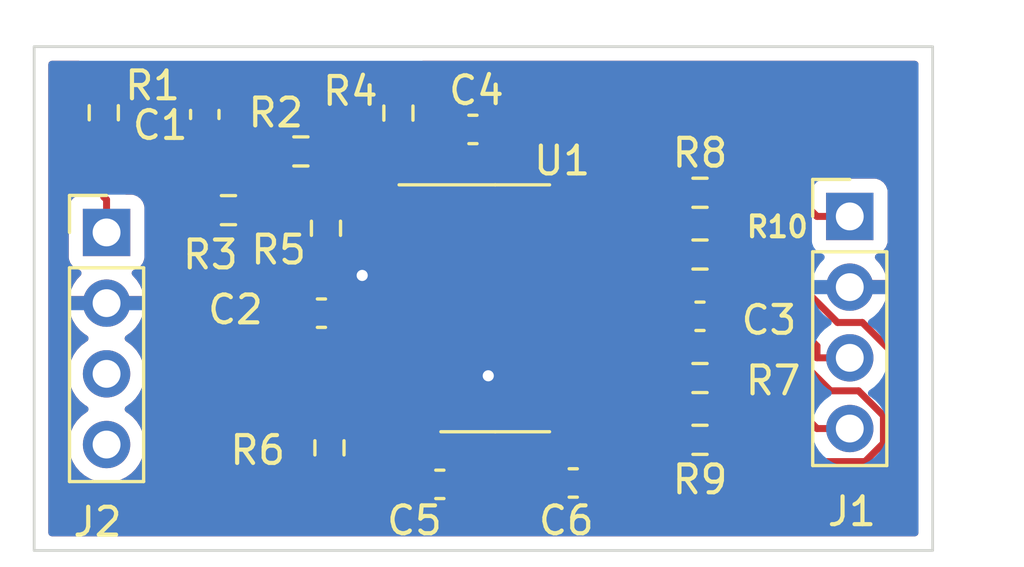
<source format=kicad_pcb>
(kicad_pcb (version 20211014) (generator pcbnew)
  (layers (0 "F.Cu" signal) (31 "B.Cu" signal) (34 "B.Paste" user) (35 "F.Paste" user) (36 "B.SilkS" user "B.Silkscreen") (37 "F.SilkS" user "F.Silkscreen") (38 "B.Mask" user) (39 "F.Mask" user) (44 "Edge.Cuts" user))
  (net 0 "")
  (net 1 "Net-(C1-Pad1)")
  (net 2 "Net-(C1-Pad2)")
  (net 3 "GND")
  (net 4 "+12V")
  (net 5 "-12V")
  (net 6 "Net-(C4-Pad1)")
  (net 7 "Net-(C5-Pad1)")
  (net 8 "Net-(C5-Pad2)")
  (net 9 "Net-(C6-Pad1)")
  (net 10 "Net-(J2-Pad1)")
  (net 13 "Net-(R3-Pad1)")
  (net 14 "Net-(R4-Pad1)")
  (net 15 "Net-(J1-Pad3)")
  (net 16 "Net-(R10-Pad2)")
  (footprint "Capacitor_SMD:C_0603_1608Metric_Pad1.08x0.95mm_HandSolder" (layer "F.Cu") (at 76.925 57.225 180)
    (fp_text reference "C4" (at -0.125 1.4) (layer "F.SilkS"))
    (fp_text value "220pF")
    (fp_line (start -0.146267 0.51) (end 0.146267 0.51) (layer "F.SilkS") (width 0.12))
    (fp_line (start -0.146267 -0.51) (end 0.146267 -0.51) (layer "F.SilkS") (width 0.12))
    (pad "1" smd roundrect (at -0.8625 0 180) (size 1.075 0.95) (layers "F.Cu" "F.Paste" "F.Mask") (net 6 "Net-(C4-Pad1)"))
    (pad "2" smd roundrect (at 0.8625 0 180) (size 1.075 0.95) (layers "F.Cu" "F.Paste" "F.Mask") (net 2 "Net-(C1-Pad2)"))
  )
  (footprint "Resistor_SMD:R_0603_1608Metric_Pad0.98x0.95mm_HandSolder" (layer "F.Cu") (at 74.25 56.6375 -90)
    (fp_text reference "R4" (at -0.7875 1.725) (layer "F.SilkS"))
    (fp_text value "43K")
    (fp_line (start -0.254724 -0.5225) (end 0.254724 -0.5225) (layer "F.SilkS") (width 0.12))
    (fp_line (start -0.254724 0.5225) (end 0.254724 0.5225) (layer "F.SilkS") (width 0.12))
    (pad "1" smd roundrect (at -0.9125 0 270) (size 0.975 0.95) (layers "F.Cu" "F.Paste" "F.Mask") (net 14 "Net-(R4-Pad1)"))
    (pad "2" smd roundrect (at 0.9125 0 270) (size 0.975 0.95) (layers "F.Cu" "F.Paste" "F.Mask") (net 6 "Net-(C4-Pad1)"))
  )
  (footprint "Resistor_SMD:R_0603_1608Metric_Pad0.98x0.95mm_HandSolder" (layer "F.Cu") (at 85.075 66.1562)
    (fp_text reference "R7" (at 2.625 0.0938) (layer "F.SilkS"))
    (fp_text value "43K")
    (fp_line (start -0.254724 -0.5225) (end 0.254724 -0.5225) (layer "F.SilkS") (width 0.12))
    (fp_line (start -0.254724 0.5225) (end 0.254724 0.5225) (layer "F.SilkS") (width 0.12))
    (pad "1" smd roundrect (at -0.9125 0) (size 0.975 0.95) (layers "F.Cu" "F.Paste" "F.Mask") (net 9 "Net-(C6-Pad1)"))
    (pad "2" smd roundrect (at 0.9125 0) (size 0.975 0.95) (layers "F.Cu" "F.Paste" "F.Mask") (net 7 "Net-(C5-Pad1)"))
  )
  (footprint "Resistor_SMD:R_0603_1608Metric_Pad0.98x0.95mm_HandSolder" (layer "F.Cu") (at 85.075 59.5)
    (fp_text reference "R8" (at 0 -1.43) (layer "F.SilkS"))
    (fp_text value "16k")
    (fp_line (start -0.254724 0.5225) (end 0.254724 0.5225) (layer "F.SilkS") (width 0.12))
    (fp_line (start -0.254724 -0.5225) (end 0.254724 -0.5225) (layer "F.SilkS") (width 0.12))
    (pad "1" smd roundrect (at -0.9125 0) (size 0.975 0.95) (layers "F.Cu" "F.Paste" "F.Mask") (net 15 "Net-(J1-Pad3)"))
    (pad "2" smd roundrect (at 0.9125 0) (size 0.975 0.95) (layers "F.Cu" "F.Paste" "F.Mask") (net 8 "Net-(C5-Pad2)"))
  )
  (footprint "Resistor_SMD:R_0603_1608Metric_Pad0.98x0.95mm_HandSolder" (layer "F.Cu") (at 71.65 60.775 -90)
    (fp_text reference "R5" (at 0.775 1.7) (layer "F.SilkS"))
    (fp_text value "30K")
    (fp_line (start -0.254724 -0.5225) (end 0.254724 -0.5225) (layer "F.SilkS") (width 0.12))
    (fp_line (start -0.254724 0.5225) (end 0.254724 0.5225) (layer "F.SilkS") (width 0.12))
    (pad "1" smd roundrect (at -0.9125 0 270) (size 0.975 0.95) (layers "F.Cu" "F.Paste" "F.Mask") (net 13 "Net-(R3-Pad1)"))
    (pad "2" smd roundrect (at 0.9125 0 270) (size 0.975 0.95) (layers "F.Cu" "F.Paste" "F.Mask") (net 14 "Net-(R4-Pad1)"))
  )
  (footprint "Resistor_SMD:R_0603_1608Metric_Pad0.98x0.95mm_HandSolder" (layer "F.Cu") (at 85.075 68.375 180)
    (fp_text reference "R9" (at 0 -1.43) (layer "F.SilkS"))
    (fp_text value "43K")
    (fp_line (start -0.254724 -0.5225) (end 0.254724 -0.5225) (layer "F.SilkS") (width 0.12))
    (fp_line (start -0.254724 0.5225) (end 0.254724 0.5225) (layer "F.SilkS") (width 0.12))
    (pad "1" smd roundrect (at -0.9125 0 180) (size 0.975 0.95) (layers "F.Cu" "F.Paste" "F.Mask") (net 16 "Net-(R10-Pad2)"))
    (pad "2" smd roundrect (at 0.9125 0 180) (size 0.975 0.95) (layers "F.Cu" "F.Paste" "F.Mask") (net 9 "Net-(C6-Pad1)"))
  )
  (footprint "Capacitor_SMD:C_0603_1608Metric_Pad1.08x0.95mm_HandSolder" (layer "F.Cu") (at 75.7375 69.975 180)
    (fp_text reference "C5" (at 0.9125 -1.3) (layer "F.SilkS"))
    (fp_text value "220pF")
    (fp_line (start -0.146267 -0.51) (end 0.146267 -0.51) (layer "F.SilkS") (width 0.12))
    (fp_line (start -0.146267 0.51) (end 0.146267 0.51) (layer "F.SilkS") (width 0.12))
    (pad "1" smd roundrect (at -0.8625 0 180) (size 1.075 0.95) (layers "F.Cu" "F.Paste" "F.Mask") (net 7 "Net-(C5-Pad1)"))
    (pad "2" smd roundrect (at 0.8625 0 180) (size 1.075 0.95) (layers "F.Cu" "F.Paste" "F.Mask") (net 8 "Net-(C5-Pad2)"))
  )
  (footprint "Connector_PinHeader_2.54mm:PinHeader_1x04_P2.54mm_Vertical" (layer "F.Cu") (at 63.775 60.925)
    (fp_text reference "J2" (at -0.325 10.4) (layer "F.SilkS"))
    (fp_text value "Antenna")
    (fp_line (start -1.33 0) (end -1.33 -1.33) (layer "F.SilkS") (width 0.12))
    (fp_line (start -1.33 -1.33) (end 0 -1.33) (layer "F.SilkS") (width 0.12))
    (fp_line (start 1.33 1.27) (end 1.33 8.95) (layer "F.SilkS") (width 0.12))
    (fp_line (start -1.33 1.27) (end 1.33 1.27) (layer "F.SilkS") (width 0.12))
    (fp_line (start -1.33 1.27) (end -1.33 8.95) (layer "F.SilkS") (width 0.12))
    (fp_line (start -1.33 8.95) (end 1.33 8.95) (layer "F.SilkS") (width 0.12))
    (pad "1" thru_hole rect (at 0 0) (size 1.7 1.7) (drill 1) (layers *.Cu *.Mask) (net 10 "Net-(J2-Pad1)"))
    (pad "2" thru_hole oval (at 0 2.54) (size 1.7 1.7) (drill 1) (layers *.Cu *.Mask) (net 3 "GND"))
    (pad "3" thru_hole oval (at 0 5.08) (size 1.7 1.7) (drill 1) (layers *.Cu *.Mask))
    (pad "4" thru_hole oval (at 0 7.62) (size 1.7 1.7) (drill 1) (layers *.Cu *.Mask))
  )
  (footprint "Resistor_SMD:R_0603_1608Metric_Pad0.98x0.95mm_HandSolder" (layer "F.Cu") (at 85.075 61.7187 180)
    (fp_text reference "R10" (at -2.774989 0.993701) (layer "F.SilkS") (effects (font (size 0.746 0.746))))
    (fp_text value "30K")
    (fp_line (start -0.254724 0.5225) (end 0.254724 0.5225) (layer "F.SilkS") (width 0.12))
    (fp_line (start -0.254724 -0.5225) (end 0.254724 -0.5225) (layer "F.SilkS") (width 0.12))
    (pad "1" smd roundrect (at -0.9125 0 180) (size 0.975 0.95) (layers "F.Cu" "F.Paste" "F.Mask") (net 15 "Net-(J1-Pad3)"))
    (pad "2" smd roundrect (at 0.9125 0 180) (size 0.975 0.95) (layers "F.Cu" "F.Paste" "F.Mask") (net 16 "Net-(R10-Pad2)"))
  )
  (footprint "Resistor_SMD:R_0603_1608Metric_Pad0.98x0.95mm_HandSolder" (layer "F.Cu") (at 70.75 58.015 180)
    (fp_text reference "R2" (at 0.9 1.39) (layer "F.SilkS"))
    (fp_text value "43K")
    (fp_line (start -0.254724 0.5225) (end 0.254724 0.5225) (layer "F.SilkS") (width 0.12))
    (fp_line (start -0.254724 -0.5225) (end 0.254724 -0.5225) (layer "F.SilkS") (width 0.12))
    (pad "1" smd roundrect (at -0.9125 0 180) (size 0.975 0.95) (layers "F.Cu" "F.Paste" "F.Mask") (net 6 "Net-(C4-Pad1)"))
    (pad "2" smd roundrect (at 0.9125 0 180) (size 0.975 0.95) (layers "F.Cu" "F.Paste" "F.Mask") (net 1 "Net-(C1-Pad1)"))
  )
  (footprint "Capacitor_SMD:C_0603_1608Metric_Pad1.08x0.95mm_HandSolder" (layer "F.Cu") (at 80.525 69.925)
    (fp_text reference "C6" (at -0.25 1.35) (layer "F.SilkS"))
    (fp_text value "220pF")
    (fp_line (start -0.146267 0.51) (end 0.146267 0.51) (layer "F.SilkS") (width 0.12))
    (fp_line (start -0.146267 -0.51) (end 0.146267 -0.51) (layer "F.SilkS") (width 0.12))
    (pad "1" smd roundrect (at -0.8625 0) (size 1.075 0.95) (layers "F.Cu" "F.Paste" "F.Mask") (net 9 "Net-(C6-Pad1)"))
    (pad "2" smd roundrect (at 0.8625 0) (size 1.075 0.95) (layers "F.Cu" "F.Paste" "F.Mask") (net 8 "Net-(C5-Pad2)"))
  )
  (footprint "Connector_PinHeader_2.54mm:PinHeader_1x04_P2.54mm_Vertical" (layer "F.Cu") (at 90.45 60.35)
    (fp_text reference "J1" (at 0.075 10.6) (layer "F.SilkS"))
    (fp_text value "PoweIn")
    (fp_line (start -1.33 0) (end -1.33 -1.33) (layer "F.SilkS") (width 0.12))
    (fp_line (start -1.33 1.27) (end 1.33 1.27) (layer "F.SilkS") (width 0.12))
    (fp_line (start 1.33 1.27) (end 1.33 8.95) (layer "F.SilkS") (width 0.12))
    (fp_line (start -1.33 -1.33) (end 0 -1.33) (layer "F.SilkS") (width 0.12))
    (fp_line (start -1.33 1.27) (end -1.33 8.95) (layer "F.SilkS") (width 0.12))
    (fp_line (start -1.33 8.95) (end 1.33 8.95) (layer "F.SilkS") (width 0.12))
    (pad "1" thru_hole rect (at 0 0) (size 1.7 1.7) (drill 1) (layers *.Cu *.Mask) (net 4 "+12V"))
    (pad "2" thru_hole oval (at 0 2.54) (size 1.7 1.7) (drill 1) (layers *.Cu *.Mask) (net 3 "GND"))
    (pad "3" thru_hole oval (at 0 5.08) (size 1.7 1.7) (drill 1) (layers *.Cu *.Mask) (net 15 "Net-(J1-Pad3)"))
    (pad "4" thru_hole oval (at 0 7.62) (size 1.7 1.7) (drill 1) (layers *.Cu *.Mask) (net 5 "-12V"))
  )
  (footprint "Capacitor_SMD:C_0603_1608Metric_Pad1.08x0.95mm_HandSolder" (layer "F.Cu") (at 71.4875 63.825)
    (fp_text reference "C2" (at -3.0875 -0.125) (layer "F.SilkS"))
    (fp_text value "100nf")
    (fp_line (start -0.146267 -0.51) (end 0.146267 -0.51) (layer "F.SilkS") (width 0.12))
    (fp_line (start -0.146267 0.51) (end 0.146267 0.51) (layer "F.SilkS") (width 0.12))
    (pad "1" smd roundrect (at -0.8625 0) (size 1.075 0.95) (layers "F.Cu" "F.Paste" "F.Mask") (net 3 "GND"))
    (pad "2" smd roundrect (at 0.8625 0) (size 1.075 0.95) (layers "F.Cu" "F.Paste" "F.Mask") (net 4 "+12V"))
  )
  (footprint "Resistor_SMD:R_0603_1608Metric_Pad0.98x0.95mm_HandSolder" (layer "F.Cu") (at 71.775 68.6625 90)
    (fp_text reference "R6" (at -0.0875 -2.575 180) (layer "F.SilkS"))
    (fp_text value "43K")
    (fp_line (start -0.254724 -0.5225) (end 0.254724 -0.5225) (layer "F.SilkS") (width 0.12))
    (fp_line (start -0.254724 0.5225) (end 0.254724 0.5225) (layer "F.SilkS") (width 0.12))
    (pad "1" smd roundrect (at -0.9125 0 90) (size 0.975 0.95) (layers "F.Cu" "F.Paste" "F.Mask") (net 8 "Net-(C5-Pad2)"))
    (pad "2" smd roundrect (at 0.9125 0 90) (size 0.975 0.95) (layers "F.Cu" "F.Paste" "F.Mask") (net 13 "Net-(R3-Pad1)"))
  )
  (footprint "Package_SO:SOIC-14_3.9x8.7mm_P1.27mm" (layer "F.Cu") (at 77.725 63.65)
    (fp_text reference "U1" (at 2.4 -5.3) (layer "F.SilkS"))
    (fp_text value "TL084")
    (fp_line (start 0 -4.435) (end -3.45 -4.435) (layer "F.SilkS") (width 0.12))
    (fp_line (start 0 4.435) (end 1.95 4.435) (layer "F.SilkS") (width 0.12))
    (fp_line (start 0 -4.435) (end 1.95 -4.435) (layer "F.SilkS") (width 0.12))
    (fp_line (start 0 4.435) (end -1.95 4.435) (layer "F.SilkS") (width 0.12))
    (pad "1" smd roundrect (at -2.475 -3.81) (size 1.95 0.6) (layers "F.Cu" "F.Paste" "F.Mask") (net 6 "Net-(C4-Pad1)"))
    (pad "2" smd roundrect (at -2.475 -2.54) (size 1.95 0.6) (layers "F.Cu" "F.Paste" "F.Mask") (net 1 "Net-(C1-Pad1)"))
    (pad "3" smd roundrect (at -2.475 -1.27) (size 1.95 0.6) (layers "F.Cu" "F.Paste" "F.Mask") (net 3 "GND"))
    (pad "4" smd roundrect (at -2.475 0) (size 1.95 0.6) (layers "F.Cu" "F.Paste" "F.Mask") (net 4 "+12V"))
    (pad "5" smd roundrect (at -2.475 1.27) (size 1.95 0.6) (layers "F.Cu" "F.Paste" "F.Mask") (net 3 "GND"))
    (pad "6" smd roundrect (at -2.475 2.54) (size 1.95 0.6) (layers "F.Cu" "F.Paste" "F.Mask") (net 14 "Net-(R4-Pad1)"))
    (pad "7" smd roundrect (at -2.475 3.81) (size 1.95 0.6) (layers "F.Cu" "F.Paste" "F.Mask") (net 13 "Net-(R3-Pad1)"))
    (pad "8" smd roundrect (at 2.475 3.81) (size 1.95 0.6) (layers "F.Cu" "F.Paste" "F.Mask") (net 9 "Net-(C6-Pad1)"))
    (pad "9" smd roundrect (at 2.475 2.54) (size 1.95 0.6) (layers "F.Cu" "F.Paste" "F.Mask") (net 7 "Net-(C5-Pad1)"))
    (pad "10" smd roundrect (at 2.475 1.27) (size 1.95 0.6) (layers "F.Cu" "F.Paste" "F.Mask") (net 3 "GND"))
    (pad "11" smd roundrect (at 2.475 0) (size 1.95 0.6) (layers "F.Cu" "F.Paste" "F.Mask") (net 5 "-12V"))
    (pad "12" smd roundrect (at 2.475 -1.27) (size 1.95 0.6) (layers "F.Cu" "F.Paste" "F.Mask") (net 3 "GND"))
    (pad "13" smd roundrect (at 2.475 -2.54) (size 1.95 0.6) (layers "F.Cu" "F.Paste" "F.Mask") (net 16 "Net-(R10-Pad2)"))
    (pad "14" smd roundrect (at 2.475 -3.81) (size 1.95 0.6) (layers "F.Cu" "F.Paste" "F.Mask") (net 15 "Net-(J1-Pad3)"))
  )
  (footprint "Capacitor_SMD:C_0603_1608Metric_Pad1.08x0.95mm_HandSolder" (layer "F.Cu") (at 67.3 56.6875 90)
    (fp_text reference "C1" (at -0.3875 -1.6) (layer "F.SilkS"))
    (fp_text value "220pF")
    (fp_line (start -0.146267 -0.51) (end 0.146267 -0.51) (layer "F.SilkS") (width 0.12))
    (fp_line (start -0.146267 0.51) (end 0.146267 0.51) (layer "F.SilkS") (width 0.12))
    (pad "1" smd roundrect (at -0.8625 0 90) (size 1.075 0.95) (layers "F.Cu" "F.Paste" "F.Mask") (net 1 "Net-(C1-Pad1)"))
    (pad "2" smd roundrect (at 0.8625 0 90) (size 1.075 0.95) (layers "F.Cu" "F.Paste" "F.Mask") (net 2 "Net-(C1-Pad2)"))
  )
  (footprint "Resistor_SMD:R_0603_1608Metric_Pad0.98x0.95mm_HandSolder" (layer "F.Cu") (at 68.15 60.125 180)
    (fp_text reference "R3" (at 0.65 -1.6) (layer "F.SilkS"))
    (fp_text value "16k")
    (fp_line (start -0.254724 -0.5225) (end 0.254724 -0.5225) (layer "F.SilkS") (width 0.12))
    (fp_line (start -0.254724 0.5225) (end 0.254724 0.5225) (layer "F.SilkS") (width 0.12))
    (pad "1" smd roundrect (at -0.9125 0 180) (size 0.975 0.95) (layers "F.Cu" "F.Paste" "F.Mask") (net 13 "Net-(R3-Pad1)"))
    (pad "2" smd roundrect (at 0.9125 0 180) (size 0.975 0.95) (layers "F.Cu" "F.Paste" "F.Mask") (net 2 "Net-(C1-Pad2)"))
  )
  (footprint "Capacitor_SMD:C_0603_1608Metric_Pad1.08x0.95mm_HandSolder" (layer "F.Cu") (at 85.075 63.9375 180)
    (fp_text reference "C3" (at -2.475 -0.1375) (layer "F.SilkS"))
    (fp_text value "100nF")
    (fp_line (start -0.146267 0.51) (end 0.146267 0.51) (layer "F.SilkS") (width 0.12))
    (fp_line (start -0.146267 -0.51) (end 0.146267 -0.51) (layer "F.SilkS") (width 0.12))
    (pad "1" smd roundrect (at -0.8625 0 180) (size 1.075 0.95) (layers "F.Cu" "F.Paste" "F.Mask") (net 3 "GND"))
    (pad "2" smd roundrect (at 0.8625 0 180) (size 1.075 0.95) (layers "F.Cu" "F.Paste" "F.Mask") (net 5 "-12V"))
  )
  (footprint "Resistor_SMD:R_0603_1608Metric_Pad0.98x0.95mm_HandSolder" (layer "F.Cu") (at 63.675 56.625 -90)
    (fp_text reference "R1" (at -0.975 -1.75) (layer "F.SilkS"))
    (fp_text value "43K")
    (fp_line (start -0.254724 -0.5225) (end 0.254724 -0.5225) (layer "F.SilkS") (width 0.12))
    (fp_line (start -0.254724 0.5225) (end 0.254724 0.5225) (layer "F.SilkS") (width 0.12))
    (pad "1" smd roundrect (at -0.9125 0 270) (size 0.975 0.95) (layers "F.Cu" "F.Paste" "F.Mask") (net 2 "Net-(C1-Pad2)"))
    (pad "2" smd roundrect (at 0.9125 0 270) (size 0.975 0.95) (layers "F.Cu" "F.Paste" "F.Mask") (net 10 "Net-(J2-Pad1)"))
  )
  (gr_rect (start 61.175 72.35) (end 93.425 54.25) (layer "Edge.Cuts") (width 0.1) (fill none))
  (segment (start 69.8375 58.015) (end 70.6569 58.8344) (width 0.25) (layer "F.Cu") (net 1))
  (segment (start 70.6569 58.8344) (end 72.1237 58.8344) (width 0.25) (layer "F.Cu") (net 1))
  (segment (start 69.325 57.55) (end 69.34875 57.52625) (width 0.25) (layer "F.Cu") (net 1))
  (segment (start 67.3 57.55) (end 69.325 57.55) (width 0.25) (layer "F.Cu") (net 1))
  (segment (start 72.1237 58.8344) (end 74.3993 61.11) (width 0.25) (layer "F.Cu") (net 1))
  (segment (start 69.34875 57.52625) (end 69.8375 58.015) (width 0.25) (layer "F.Cu") (net 1))
  (segment (start 72 55.825) (end 72.91298 56.73798) (width 0.25) (layer "F.Cu") (net 2))
  (segment (start 66.175 59.0625) (end 67.2375 60.125) (width 0.25) (layer "F.Cu") (net 2))
  (segment (start 72.91298 56.73798) (end 75.57548 56.73798) (width 0.25) (layer "F.Cu") (net 2))
  (segment (start 63.675 55.7125) (end 67.1875 55.7125) (width 0.25) (layer "F.Cu") (net 2))
  (segment (start 67.3 55.825) (end 66.175 56.95) (width 0.25) (layer "F.Cu") (net 2))
  (segment (start 66.175 56.95) (end 66.175 59.0625) (width 0.25) (layer "F.Cu") (net 2))
  (segment (start 67.3 55.825) (end 72 55.825) (width 0.25) (layer "F.Cu") (net 2))
  (segment (start 75.57548 56.73798) (end 76.0625 57.225) (width 0.25) (layer "F.Cu") (net 2))
  (segment (start 80.2 64.92) (end 78.82 64.92) (width 0.25) (layer "F.Cu") (net 3))
  (segment (start 84.834936 63.22762) (end 84.682316 63.075) (width 0.25) (layer "F.Cu") (net 3))
  (segment (start 78.62 62.38) (end 80.2 62.38) (width 0.25) (layer "F.Cu") (net 3))
  (segment (start 81.55 62.375) (end 80.205 62.375) (width 0.25) (layer "F.Cu") (net 3))
  (segment (start 78.075 64.175) (end 78.075 62.925) (width 0.25) (layer "F.Cu") (net 3))
  (segment (start 85.9375 63.9375) (end 85.22762 63.22762) (width 0.25) (layer "F.Cu") (net 3))
  (segment (start 78.63 64.92) (end 77.475 66.075) (width 0.25) (layer "F.Cu") (net 3))
  (segment (start 82.25 63.075) (end 81.55 62.375) (width 0.25) (layer "F.Cu") (net 3))
  (segment (start 78.82 64.92) (end 78.075 64.175) (width 0.25) (layer "F.Cu") (net 3))
  (segment (start 70.625 63.825) (end 71.72 64.92) (width 0.25) (layer "F.Cu") (net 3))
  (segment (start 80.2 64.92) (end 78.88 64.92) (width 0.25) (layer "F.Cu") (net 3))
  (segment (start 78.075 62.925) (end 78.62 62.38) (width 0.25) (layer "F.Cu") (net 3))
  (segment (start 72.95 62.4695) (end 75.1605 62.4695) (width 0.25) (layer "F.Cu") (net 3))
  (segment (start 78.88 64.92) (end 78.63 64.92) (width 0.25) (layer "F.Cu") (net 3))
  (segment (start 71.72 64.92) (end 75.25 64.92) (width 0.25) (layer "F.Cu") (net 3))
  (segment (start 75.25 64.92) (end 80.2 64.92) (width 0.25) (layer "F.Cu") (net 3))
  (segment (start 85.22762 63.22762) (end 84.834936 63.22762) (width 0.25) (layer "F.Cu") (net 3))
  (segment (start 84.682316 63.075) (end 82.25 63.075) (width 0.25) (layer "F.Cu") (net 3))
  (via (at 77.475 66.075) (size 0.8) (drill 0.4) (layers "F.Cu" "B.Cu") (net 3))
  (via (at 72.95 62.4695) (size 0.8) (drill 0.4) (layers "F.Cu" "B.Cu") (net 3))
  (segment (start 73.8305 62.4695) (end 72.95 62.4695) (width 0.25) (layer "B.Cu") (net 3))
  (segment (start 77.475 66.075) (end 73.85 62.45) (width 0.25) (layer "B.Cu") (net 3))
  (segment (start 73.85 62.45) (end 73.8305 62.4695) (width 0.25) (layer "B.Cu") (net 3))
  (segment (start 75.6566 63.65) (end 77.925 61.3816) (width 0.25) (layer "F.Cu") (net 4))
  (segment (start 77.925 60.4057) (end 79.6576 58.6731) (width 0.25) (layer "F.Cu") (net 4))
  (segment (start 87.5978 58.6731) (end 89.2747 60.35) (width 0.25) (layer "F.Cu") (net 4))
  (segment (start 90.45 60.35) (end 89.2747 60.35) (width 0.25) (layer "F.Cu") (net 4))
  (segment (start 79.6576 58.6731) (end 87.5978 58.6731) (width 0.25) (layer "F.Cu") (net 4))
  (segment (start 77.925 61.3816) (end 77.925 60.4057) (width 0.25) (layer "F.Cu") (net 4))
  (segment (start 72.35 63.825) (end 75.075 63.825) (width 0.25) (layer "F.Cu") (net 4))
  (segment (start 90.45 67.97) (end 89.2747 67.97) (width 0.25) (layer "F.Cu") (net 5))
  (segment (start 85.515 65.0468) (end 86.3515 65.0468) (width 0.25) (layer "F.Cu") (net 5))
  (segment (start 80.4875 63.9375) (end 84.2125 63.9375) (width 0.25) (layer "F.Cu") (net 5))
  (segment (start 80.2 63.65) (end 80.4875 63.9375) (width 0.25) (layer "F.Cu") (net 5))
  (segment (start 84.4057 63.9375) (end 85.515 65.0468) (width 0.25) (layer "F.Cu") (net 5))
  (segment (start 86.3515 65.0468) (end 89.2747 67.97) (width 0.25) (layer "F.Cu") (net 5))
  (segment (start 73.785 58.015) (end 74.25 57.55) (width 0.25) (layer "F.Cu") (net 6))
  (segment (start 77.7875 57.225) (end 75.25 59.7625) (width 0.25) (layer "F.Cu") (net 6))
  (segment (start 75.14 59.84) (end 74.25 58.95) (width 0.25) (layer "F.Cu") (net 6))
  (segment (start 74.25 58.95) (end 74.25 57.55) (width 0.25) (layer "F.Cu") (net 6))
  (segment (start 71.6625 58.015) (end 73.785 58.015) (width 0.25) (layer "F.Cu") (net 6))
  (segment (start 82.4781 65.3499) (end 85.1812 65.3499) (width 0.25) (layer "F.Cu") (net 7))
  (segment (start 85.1812 65.3499) (end 85.9875 66.1562) (width 0.25) (layer "F.Cu") (net 7))
  (segment (start 76.6 69.3854) (end 79.7954 66.19) (width 0.25) (layer "F.Cu") (net 7))
  (segment (start 80.2 66.19) (end 81.638 66.19) (width 0.25) (layer "F.Cu") (net 7))
  (segment (start 76.6 69.975) (end 76.6 69.3854) (width 0.25) (layer "F.Cu") (net 7))
  (segment (start 81.638 66.19) (end 82.4781 65.3499) (width 0.25) (layer "F.Cu") (net 7))
  (segment (start 81.3875 69.925) (end 90.8662 69.925) (width 0.25) (layer "F.Cu") (net 8))
  (segment (start 92.1085 65.368) (end 90.9005 64.16) (width 0.25) (layer "F.Cu") (net 8))
  (segment (start 90.8662 69.925) (end 92.1085 68.6827) (width 0.25) (layer "F.Cu") (net 8))
  (segment (start 74.875 69.975) (end 75.7011 70.8011) (width 0.25) (layer "F.Cu") (net 8))
  (segment (start 90.0104 64.16) (end 85.9875 60.1371) (width 0.25) (layer "F.Cu") (net 8))
  (segment (start 72.175 69.975) (end 71.775 69.575) (width 0.25) (layer "F.Cu") (net 8))
  (segment (start 90.9005 64.16) (end 90.0104 64.16) (width 0.25) (layer "F.Cu") (net 8))
  (segment (start 85.9875 60.1371) (end 85.9875 59.5) (width 0.25) (layer "F.Cu") (net 8))
  (segment (start 74.875 69.975) (end 72.175 69.975) (width 0.25) (layer "F.Cu") (net 8))
  (segment (start 75.7011 70.8011) (end 80.5114 70.8011) (width 0.25) (layer "F.Cu") (net 8))
  (segment (start 80.5114 70.8011) (end 81.3875 69.925) (width 0.25) (layer "F.Cu") (net 8))
  (segment (start 92.1085 68.6827) (end 92.1085 65.368) (width 0.25) (layer "F.Cu") (net 8))
  (segment (start 80.2 68.375) (end 84.1625 68.375) (width 0.25) (layer "F.Cu") (net 9))
  (segment (start 79.6625 69.925) (end 80.2 69.3875) (width 0.25) (layer "F.Cu") (net 9))
  (segment (start 80.2 68.375) (end 80.2 67.46) (width 0.25) (layer "F.Cu") (net 9))
  (segment (start 80.2 69.3875) (end 80.2 68.375) (width 0.25) (layer "F.Cu") (net 9))
  (segment (start 84.1625 68.375) (end 84.1625 66.1562) (width 0.25) (layer "F.Cu") (net 9))
  (segment (start 63.775 59.7497) (end 63.675 59.6497) (width 0.25) (layer "F.Cu") (net 10))
  (segment (start 63.675 59.6497) (end 63.675 57.5375) (width 0.25) (layer "F.Cu") (net 10))
  (segment (start 63.775 60.925) (end 63.775 59.7497) (width 0.25) (layer "F.Cu") (net 10))
  (segment (start 69.3029 65.2779) (end 71.775 67.75) (width 0.25) (layer "F.Cu") (net 13))
  (segment (start 69.3029 60.125) (end 71.3875 60.125) (width 0.25) (layer "F.Cu") (net 13))
  (segment (start 69.3029 60.125) (end 69.3029 65.2779) (width 0.25) (layer "F.Cu") (net 13))
  (segment (start 75.25 67.46) (end 72.065 67.46) (width 0.25) (layer "F.Cu") (net 13))
  (segment (start 77.5585 55.65) (end 78.6663 56.7578) (width 0.25) (layer "F.Cu") (net 14))
  (segment (start 76.8193 60.8703) (end 76.8193 61.1984) (width 0.25) (layer "F.Cu") (net 14))
  (segment (start 71.6501 66.19) (end 69.7573 64.2972) (width 0.25) (layer "F.Cu") (net 14))
  (segment (start 76.2727 61.745) (end 71.7075 61.745) (width 0.25) (layer "F.Cu") (net 14))
  (segment (start 78.6663 56.7578) (end 78.6663 59.0233) (width 0.25) (layer "F.Cu") (net 14))
  (segment (start 75.25 66.19) (end 71.6501 66.19) (width 0.25) (layer "F.Cu") (net 14))
  (segment (start 76.8193 61.1984) (end 76.2727 61.745) (width 0.25) (layer "F.Cu") (net 14))
  (segment (start 78.6663 59.0233) (end 76.8193 60.8703) (width 0.25) (layer "F.Cu") (net 14))
  (segment (start 69.7573 63.3518) (end 71.4216 61.6875) (width 0.25) (layer "F.Cu") (net 14))
  (segment (start 69.7573 64.2972) (end 69.7573 63.3518) (width 0.25) (layer "F.Cu") (net 14))
  (segment (start 74.5625 55.65) (end 77.5585 55.65) (width 0.25) (layer "F.Cu") (net 14))
  (segment (start 84.1625 59.84) (end 80.2 59.84) (width 0.25) (layer "F.Cu") (net 15))
  (segment (start 90.45 65.43) (end 89.2747 65.43) (width 0.25) (layer "F.Cu") (net 15))
  (segment (start 84.1625 59.8937) (end 85.9875 61.7187) (width 0.25) (layer "F.Cu") (net 15))
  (segment (start 89.2747 65.43) (end 89.2747 65.0059) (width 0.25) (layer "F.Cu") (net 15))
  (segment (start 89.2747 65.0059) (end 85.9875 61.7187) (width 0.25) (layer "F.Cu") (net 15))
  (segment (start 84.1625 59.84) (end 84.1625 59.8937) (width 0.25) (layer "F.Cu") (net 15))
  (segment (start 84.1625 61.7187) (end 83.5538 61.11) (width 0.25) (layer "F.Cu") (net 16))
  (segment (start 90.9962 69.1581) (end 91.6581 68.4962) (width 0.25) (layer "F.Cu") (net 16))
  (segment (start 85.9875 68.375) (end 86.7706 69.1581) (width 0.25) (layer "F.Cu") (net 16))
  (segment (start 90.7657 66.6158) (end 89.7597 66.6158) (width 0.25) (layer "F.Cu") (net 16))
  (segment (start 86.166 62.7781) (end 85.2219 62.7781) (width 0.25) (layer "F.Cu") (net 16))
  (segment (start 86.7706 69.1581) (end 90.9962 69.1581) (width 0.25) (layer "F.Cu") (net 16))
  (segment (start 85.2219 62.7781) (end 84.1625 61.7187) (width 0.25) (layer "F.Cu") (net 16))
  (segment (start 86.8449 63.701) (end 86.8449 63.457) (width 0.25) (layer "F.Cu") (net 16))
  (segment (start 83.5538 61.11) (end 80.2 61.11) (width 0.25) (layer "F.Cu") (net 16))
  (segment (start 91.6581 68.4962) (end 91.6581 67.5082) (width 0.25) (layer "F.Cu") (net 16))
  (segment (start 91.6581 67.5082) (end 90.7657 66.6158) (width 0.25) (layer "F.Cu") (net 16))
  (segment (start 86.8449 63.457) (end 86.166 62.7781) (width 0.25) (layer "F.Cu") (net 16))
  (segment (start 89.7597 66.6158) (end 86.8449 63.701) (width 0.25) (layer "F.Cu") (net 16))
  (zone (net 3) (net_name "GND") (layers F&B.Cu) (connect_pads (clearance 0.508)) (min_thickness 0.254) (fill yes (thermal_gap 0.508) (thermal_bridge_width 0.508))
    (polygon (pts (xy 96.725 72.55) (xy 96.575 72.625) (xy 60.025 72.95) (xy 59.95 52.575) (xy 96.45 52.7)))
  )
)
</source>
